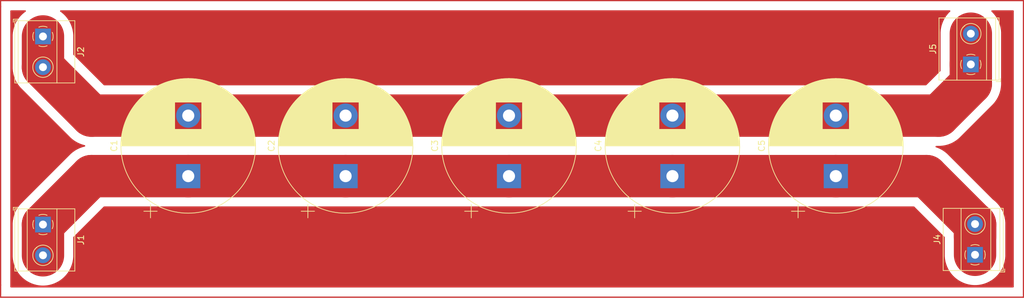
<source format=kicad_pcb>
(kicad_pcb (version 20240108) (generator "pcbnew") (generator_version "8.0")
  (layers (0 "F.Cu" signal) (31 "B.Cu" signal) (34 "B.Paste" user) (35 "F.Paste" user) (36 "B.SilkS" user "B.Silkscreen") (37 "F.SilkS" user "F.Silkscreen") (38 "B.Mask" user) (39 "F.Mask" user) (44 "Edge.Cuts" user))
  (net 0 "")
  (net 1 "Net-(J2-Pin_1)")
  (net 2 "Net-(J1-Pin_1)")
  (footprint "Capacitor_THT:CP_Radial_D22.0mm_P10.00mm_SnapIn" (layer "F.Cu") (at 134 62 90)
    (property "Reference" "C2" (at 5 -12.25 90) (layer "F.SilkS"))
    (property "Value" "C_Polarized")
    (pad "1" thru_hole rect (at 0 0 90) (size 4 4) (drill 2) (layers "*.Cu" "*.Mask") (net 2 "Net-(J1-Pin_1)"))
    (pad "2" thru_hole circle (at 10 0 90) (size 4 4) (drill 2) (layers "*.Cu" "*.Mask") (net 1 "Net-(J2-Pin_1)"))
  )
  (footprint "Capacitor_THT:CP_Radial_D22.0mm_P10.00mm_SnapIn" (layer "F.Cu") (at 108 62 90)
    (property "Reference" "C1" (at 5 -12.25 90) (layer "F.SilkS"))
    (property "Value" "C_Polarized")
    (pad "1" thru_hole rect (at 0 0 90) (size 4 4) (drill 2) (layers "*.Cu" "*.Mask") (net 2 "Net-(J1-Pin_1)"))
    (pad "2" thru_hole circle (at 10 0 90) (size 4 4) (drill 2) (layers "*.Cu" "*.Mask") (net 1 "Net-(J2-Pin_1)"))
  )
  (footprint "Capacitor_THT:CP_Radial_D22.0mm_P10.00mm_SnapIn" (layer "F.Cu") (at 188 62 90)
    (property "Reference" "C4" (at 5 -12.25 90) (layer "F.SilkS"))
    (property "Value" "C_Polarized")
    (pad "1" thru_hole rect (at 0 0 90) (size 4 4) (drill 2) (layers "*.Cu" "*.Mask") (net 2 "Net-(J1-Pin_1)"))
    (pad "2" thru_hole circle (at 10 0 90) (size 4 4) (drill 2) (layers "*.Cu" "*.Mask") (net 1 "Net-(J2-Pin_1)"))
  )
  (footprint "TerminalBlock_Phoenix:TerminalBlock_Phoenix_MKDS-1,5-2-5.08_1x02_P5.08mm_Horizontal" (layer "F.Cu") (at 84 38.92 -90)
    (property "Reference" "J2" (at 2.54 -6.26 90) (layer "F.SilkS"))
    (property "Value" "Screw_Terminal_01x02" (hide yes))
    (pad "1" thru_hole rect (at 0 0 270) (size 2.6 2.6) (drill 1.3) (layers "*.Cu" "*.Mask") (net 1 "Net-(J2-Pin_1)"))
    (pad "2" thru_hole circle (at 5.08 0 270) (size 2.6 2.6) (drill 1.3) (layers "*.Cu" "*.Mask") (net 1 "Net-(J2-Pin_1)"))
  )
  (footprint "TerminalBlock_Phoenix:TerminalBlock_Phoenix_MKDS-1,5-2-5.08_1x02_P5.08mm_Horizontal" (layer "F.Cu") (at 84 70 -90)
    (property "Reference" "J1" (at 2.54 -6.26 90) (layer "F.SilkS"))
    (property "Value" "Screw_Terminal_01x02" (hide yes))
    (pad "1" thru_hole rect (at 0 0 270) (size 2.6 2.6) (drill 1.3) (layers "*.Cu" "*.Mask") (net 2 "Net-(J1-Pin_1)"))
    (pad "2" thru_hole circle (at 5.08 0 270) (size 2.6 2.6) (drill 1.3) (layers "*.Cu" "*.Mask") (net 2 "Net-(J1-Pin_1)"))
  )
  (footprint "Capacitor_THT:CP_Radial_D22.0mm_P10.00mm_SnapIn" (layer "F.Cu") (at 161 62 90)
    (property "Reference" "C3" (at 5 -12.25 90) (layer "F.SilkS"))
    (property "Value" "C_Polarized")
    (pad "1" thru_hole rect (at 0 0 90) (size 4 4) (drill 2) (layers "*.Cu" "*.Mask") (net 2 "Net-(J1-Pin_1)"))
    (pad "2" thru_hole circle (at 10 0 90) (size 4 4) (drill 2) (layers "*.Cu" "*.Mask") (net 1 "Net-(J2-Pin_1)"))
  )
  (footprint "TerminalBlock_Phoenix:TerminalBlock_Phoenix_MKDS-1,5-2-5.08_1x02_P5.08mm_Horizontal" (layer "F.Cu") (at 237.305 43.545 90)
    (property "Reference" "J5" (at 2.54 -6.26 90) (layer "F.SilkS"))
    (property "Value" "Screw_Terminal_01x02" (hide yes))
    (pad "1" thru_hole rect (at 0 0 90) (size 2.6 2.6) (drill 1.3) (layers "*.Cu" "*.Mask") (net 1 "Net-(J2-Pin_1)"))
    (pad "2" thru_hole circle (at 5.08 0 90) (size 2.6 2.6) (drill 1.3) (layers "*.Cu" "*.Mask") (net 1 "Net-(J2-Pin_1)"))
  )
  (footprint "TerminalBlock_Phoenix:TerminalBlock_Phoenix_MKDS-1,5-2-5.08_1x02_P5.08mm_Horizontal" (layer "F.Cu") (at 238 75 90)
    (property "Reference" "J4" (at 2.54 -6.26 90) (layer "F.SilkS"))
    (property "Value" "Screw_Terminal_01x02" (hide yes))
    (pad "1" thru_hole rect (at 0 0 90) (size 2.6 2.6) (drill 1.3) (layers "*.Cu" "*.Mask") (net 2 "Net-(J1-Pin_1)"))
    (pad "2" thru_hole circle (at 5.08 0 90) (size 2.6 2.6) (drill 1.3) (layers "*.Cu" "*.Mask") (net 2 "Net-(J1-Pin_1)"))
  )
  (footprint "Capacitor_THT:CP_Radial_D22.0mm_P10.00mm_SnapIn" (layer "F.Cu") (at 215 62 90)
    (property "Reference" "C5" (at 5 -12.25 90) (layer "F.SilkS"))
    (property "Value" "C_Polarized")
    (pad "1" thru_hole rect (at 0 0 90) (size 4 4) (drill 2) (layers "*.Cu" "*.Mask") (net 2 "Net-(J1-Pin_1)"))
    (pad "2" thru_hole circle (at 10 0 90) (size 4 4) (drill 2) (layers "*.Cu" "*.Mask") (net 1 "Net-(J2-Pin_1)"))
  )
  (gr_line (start 77 34) (end 77 80) (stroke (width 0.2)) (layer "F.Cu"))
  (gr_line (start 246 33) (end 77 33) (stroke (width 0.2)) (layer "F.Cu"))
  (gr_line (start 246 82) (end 246 33) (stroke (width 0.2)) (layer "F.Cu"))
  (gr_line (start 77 33) (end 77 34) (stroke (width 0.2)) (layer "F.Cu"))
  (gr_line (start 77 80) (end 77 82) (stroke (width 0.2)) (layer "F.Cu"))
  (gr_line (start 77 82) (end 246 82) (stroke (width 0.2)) (layer "F.Cu"))
  (segment (start 188 52) (end 215 52) (width 7) (layer "F.Cu") (net 1))
  (segment (start 108 52) (end 134 52) (width 7) (layer "F.Cu") (net 1))
  (segment (start 134 52) (end 161 52) (width 7) (layer "F.Cu") (net 1))
  (segment (start 161 52) (end 188 52) (width 7) (layer "F.Cu") (net 1))
  (segment (start 237.305 46.695) (end 237.305 43.545) (width 7) (layer "F.Cu") (net 1))
  (segment (start 237.305 43.545) (end 237.305 38.465) (width 7) (layer "F.Cu") (net 1))
  (segment (start 92 52) (end 84 44) (width 7) (layer "F.Cu") (net 1))
  (segment (start 84 44) (end 84 38.92) (width 7) (layer "F.Cu") (net 1))
  (segment (start 215 52) (end 232 52) (width 7) (layer "F.Cu") (net 1))
  (segment (start 108 52) (end 92 52) (width 7) (layer "F.Cu") (net 1))
  (segment (start 232 52) (end 237.305 46.695) (width 7) (layer "F.Cu") (net 1))
  (segment (start 108 62) (end 134 62) (width 7) (layer "F.Cu") (net 2))
  (segment (start 92 62) (end 84 70) (width 7) (layer "F.Cu") (net 2))
  (segment (start 238 70) (end 238 72) (width 7) (layer "F.Cu") (net 2))
  (segment (start 238 69.92) (end 238 75) (width 7) (layer "F.Cu") (net 2))
  (segment (start 84 70) (end 84 75.08) (width 7) (layer "F.Cu") (net 2))
  (segment (start 230 62) (end 238 70) (width 7) (layer "F.Cu") (net 2))
  (segment (start 161 62) (end 188 62) (width 7) (layer "F.Cu") (net 2))
  (segment (start 215 62) (end 230 62) (width 7) (layer "F.Cu") (net 2))
  (segment (start 108 62) (end 92 62) (width 7) (layer "F.Cu") (net 2))
  (segment (start 188 62) (end 215 62) (width 7) (layer "F.Cu") (net 2))
  (segment (start 134 62) (end 161 62) (width 7) (layer "F.Cu") (net 2))
  (zone (net 0) (net_name "") (layer "F.Cu") (connect_pads (clearance 1.5)) (min_thickness 0.25) (fill yes (thermal_gap 0.5) (thermal_bridge_width 0.5) (island_removal_mode 1) (island_area_min 10))
    (polygon (pts (xy 77 82) (xy 246 82) (xy 246 33) (xy 77 33)))
  )
)
</source>
